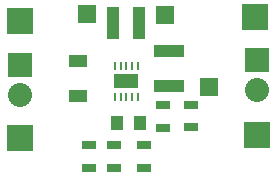
<source format=gts>
G04 #@! TF.FileFunction,Soldermask,Top*
%FSLAX46Y46*%
G04 Gerber Fmt 4.6, Leading zero omitted, Abs format (unit mm)*
G04 Created by KiCad (PCBNEW 0.201508140901+6091~28~ubuntu14.04.1-product) date Thu 22 Oct 2015 10:51:19 PM CEST*
%MOMM*%
G01*
G04 APERTURE LIST*
%ADD10C,0.127000*%
%ADD11R,2.500000X1.000000*%
%ADD12R,1.000000X1.250000*%
%ADD13R,1.000000X2.700000*%
%ADD14R,2.032000X2.032000*%
%ADD15O,2.032000X2.032000*%
%ADD16R,2.235200X2.235200*%
%ADD17R,1.300000X0.700000*%
%ADD18R,1.501140X1.501140*%
%ADD19O,0.230000X0.800000*%
%ADD20R,2.000000X1.200000*%
%ADD21C,0.500000*%
%ADD22R,1.600000X1.000000*%
G04 APERTURE END LIST*
D10*
D11*
X149402800Y-92149800D03*
X149402800Y-95149800D03*
D12*
X144973800Y-98298000D03*
X146973800Y-98298000D03*
D13*
X144696000Y-89789000D03*
X146896000Y-89789000D03*
D14*
X136779000Y-93345000D03*
D15*
X136779000Y-95885000D03*
D14*
X156845000Y-92964000D03*
D15*
X156845000Y-95504000D03*
D16*
X136779000Y-99568000D03*
X156845000Y-99314000D03*
X136779000Y-89662000D03*
X156718000Y-89281000D03*
D17*
X151257000Y-98638400D03*
X151257000Y-96738400D03*
X148945600Y-96763800D03*
X148945600Y-98663800D03*
X142621000Y-100142000D03*
X142621000Y-102042000D03*
X144780000Y-102042000D03*
X144780000Y-100142000D03*
X147320000Y-102042000D03*
X147320000Y-100142000D03*
D18*
X142494000Y-89027000D03*
X149098000Y-89154000D03*
X152781000Y-95250000D03*
D19*
X146807200Y-93471800D03*
X146307200Y-93471800D03*
X145807200Y-93471800D03*
X145307200Y-93471800D03*
X144807200Y-93471800D03*
X144807200Y-96021800D03*
X145307200Y-96021800D03*
X145807200Y-96021800D03*
X146307200Y-96021800D03*
X146807200Y-96021800D03*
D20*
X145807200Y-94746800D03*
D21*
X146507200Y-95046800D03*
X145807200Y-94746800D03*
X145107200Y-95046800D03*
X145107200Y-94446800D03*
X146507200Y-94446800D03*
D22*
X141732000Y-92988000D03*
X141732000Y-95988000D03*
M02*

</source>
